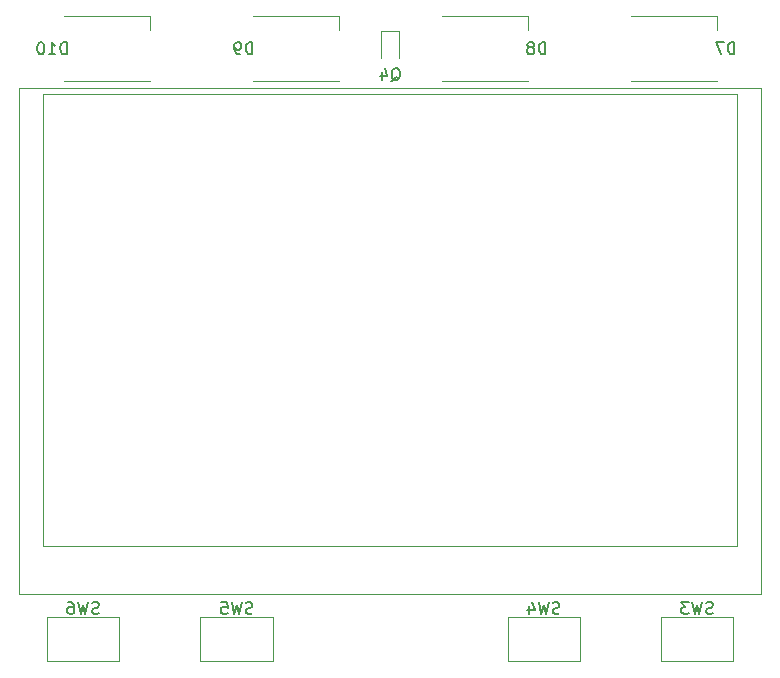
<source format=gbo>
%TF.GenerationSoftware,KiCad,Pcbnew,(5.1.6)-1*%
%TF.CreationDate,2021-03-27T23:39:17-04:00*%
%TF.ProjectId,sharptag,73686172-7074-4616-972e-6b696361645f,rev?*%
%TF.SameCoordinates,Original*%
%TF.FileFunction,Legend,Bot*%
%TF.FilePolarity,Positive*%
%FSLAX46Y46*%
G04 Gerber Fmt 4.6, Leading zero omitted, Abs format (unit mm)*
G04 Created by KiCad (PCBNEW (5.1.6)-1) date 2021-03-27 23:39:17*
%MOMM*%
%LPD*%
G01*
G04 APERTURE LIST*
%ADD10C,0.120000*%
%ADD11C,0.150000*%
%ADD12O,1.700000X1.100000*%
%ADD13C,0.750000*%
%ADD14O,2.200000X1.100000*%
%ADD15C,3.300000*%
%ADD16R,1.600000X1.600000*%
%ADD17C,1.000000*%
%ADD18R,1.600000X1.100000*%
%ADD19C,1.448000*%
G04 APERTURE END LIST*
D10*
X31400000Y-23180000D02*
X31400000Y19640000D01*
X-31400000Y-23180000D02*
X31400000Y-23180000D01*
X-31400000Y19640000D02*
X-31400000Y-23180000D01*
X31400000Y19640000D02*
X-31400000Y19640000D01*
X29400000Y-19140000D02*
X29400000Y19140000D01*
X-29400000Y-19140000D02*
X29400000Y-19140000D01*
X-29400000Y19140000D02*
X-29400000Y-19140000D01*
X29400000Y19140000D02*
X-29400000Y19140000D01*
%TO.C,SW3*%
X22940000Y-25150000D02*
X22940000Y-28850000D01*
X29060000Y-25150000D02*
X22940000Y-25150000D01*
X29060000Y-28850000D02*
X29060000Y-25150000D01*
X22940000Y-28850000D02*
X29060000Y-28850000D01*
%TO.C,SW4*%
X9940000Y-28850000D02*
X16060000Y-28850000D01*
X16060000Y-28850000D02*
X16060000Y-25150000D01*
X16060000Y-25150000D02*
X9940000Y-25150000D01*
X9940000Y-25150000D02*
X9940000Y-28850000D01*
%TO.C,SW5*%
X-9940000Y-28850000D02*
X-9940000Y-25150000D01*
X-16060000Y-28850000D02*
X-9940000Y-28850000D01*
X-16060000Y-25150000D02*
X-16060000Y-28850000D01*
X-9940000Y-25150000D02*
X-16060000Y-25150000D01*
%TO.C,SW6*%
X-22940000Y-25150000D02*
X-29060000Y-25150000D01*
X-29060000Y-25150000D02*
X-29060000Y-28850000D01*
X-29060000Y-28850000D02*
X-22940000Y-28850000D01*
X-22940000Y-28850000D02*
X-22940000Y-25150000D01*
%TO.C,Q4*%
X735000Y24485000D02*
X735000Y22200000D01*
X-735000Y24485000D02*
X735000Y24485000D01*
X-735000Y22200000D02*
X-735000Y24485000D01*
%TO.C,D7*%
X20350000Y20250000D02*
X27650000Y20250000D01*
X20350000Y25750000D02*
X27650000Y25750000D01*
X27650000Y25750000D02*
X27650000Y24600000D01*
%TO.C,D8*%
X11650000Y25750000D02*
X11650000Y24600000D01*
X4350000Y25750000D02*
X11650000Y25750000D01*
X4350000Y20250000D02*
X11650000Y20250000D01*
%TO.C,D9*%
X-4350000Y25750000D02*
X-4350000Y24600000D01*
X-11650000Y25750000D02*
X-4350000Y25750000D01*
X-11650000Y20250000D02*
X-4350000Y20250000D01*
%TO.C,D10*%
X-27650000Y20250000D02*
X-20350000Y20250000D01*
X-27650000Y25750000D02*
X-20350000Y25750000D01*
X-20350000Y25750000D02*
X-20350000Y24600000D01*
%TO.C,SW3*%
D11*
X27333333Y-24804761D02*
X27190476Y-24852380D01*
X26952380Y-24852380D01*
X26857142Y-24804761D01*
X26809523Y-24757142D01*
X26761904Y-24661904D01*
X26761904Y-24566666D01*
X26809523Y-24471428D01*
X26857142Y-24423809D01*
X26952380Y-24376190D01*
X27142857Y-24328571D01*
X27238095Y-24280952D01*
X27285714Y-24233333D01*
X27333333Y-24138095D01*
X27333333Y-24042857D01*
X27285714Y-23947619D01*
X27238095Y-23900000D01*
X27142857Y-23852380D01*
X26904761Y-23852380D01*
X26761904Y-23900000D01*
X26428571Y-23852380D02*
X26190476Y-24852380D01*
X26000000Y-24138095D01*
X25809523Y-24852380D01*
X25571428Y-23852380D01*
X25285714Y-23852380D02*
X24666666Y-23852380D01*
X25000000Y-24233333D01*
X24857142Y-24233333D01*
X24761904Y-24280952D01*
X24714285Y-24328571D01*
X24666666Y-24423809D01*
X24666666Y-24661904D01*
X24714285Y-24757142D01*
X24761904Y-24804761D01*
X24857142Y-24852380D01*
X25142857Y-24852380D01*
X25238095Y-24804761D01*
X25285714Y-24757142D01*
%TO.C,SW4*%
X14333333Y-24804761D02*
X14190476Y-24852380D01*
X13952380Y-24852380D01*
X13857142Y-24804761D01*
X13809523Y-24757142D01*
X13761904Y-24661904D01*
X13761904Y-24566666D01*
X13809523Y-24471428D01*
X13857142Y-24423809D01*
X13952380Y-24376190D01*
X14142857Y-24328571D01*
X14238095Y-24280952D01*
X14285714Y-24233333D01*
X14333333Y-24138095D01*
X14333333Y-24042857D01*
X14285714Y-23947619D01*
X14238095Y-23900000D01*
X14142857Y-23852380D01*
X13904761Y-23852380D01*
X13761904Y-23900000D01*
X13428571Y-23852380D02*
X13190476Y-24852380D01*
X13000000Y-24138095D01*
X12809523Y-24852380D01*
X12571428Y-23852380D01*
X11761904Y-24185714D02*
X11761904Y-24852380D01*
X12000000Y-23804761D02*
X12238095Y-24519047D01*
X11619047Y-24519047D01*
%TO.C,SW5*%
X-11666666Y-24804761D02*
X-11809523Y-24852380D01*
X-12047619Y-24852380D01*
X-12142857Y-24804761D01*
X-12190476Y-24757142D01*
X-12238095Y-24661904D01*
X-12238095Y-24566666D01*
X-12190476Y-24471428D01*
X-12142857Y-24423809D01*
X-12047619Y-24376190D01*
X-11857142Y-24328571D01*
X-11761904Y-24280952D01*
X-11714285Y-24233333D01*
X-11666666Y-24138095D01*
X-11666666Y-24042857D01*
X-11714285Y-23947619D01*
X-11761904Y-23900000D01*
X-11857142Y-23852380D01*
X-12095238Y-23852380D01*
X-12238095Y-23900000D01*
X-12571428Y-23852380D02*
X-12809523Y-24852380D01*
X-13000000Y-24138095D01*
X-13190476Y-24852380D01*
X-13428571Y-23852380D01*
X-14285714Y-23852380D02*
X-13809523Y-23852380D01*
X-13761904Y-24328571D01*
X-13809523Y-24280952D01*
X-13904761Y-24233333D01*
X-14142857Y-24233333D01*
X-14238095Y-24280952D01*
X-14285714Y-24328571D01*
X-14333333Y-24423809D01*
X-14333333Y-24661904D01*
X-14285714Y-24757142D01*
X-14238095Y-24804761D01*
X-14142857Y-24852380D01*
X-13904761Y-24852380D01*
X-13809523Y-24804761D01*
X-13761904Y-24757142D01*
%TO.C,SW6*%
X-24666666Y-24804761D02*
X-24809523Y-24852380D01*
X-25047619Y-24852380D01*
X-25142857Y-24804761D01*
X-25190476Y-24757142D01*
X-25238095Y-24661904D01*
X-25238095Y-24566666D01*
X-25190476Y-24471428D01*
X-25142857Y-24423809D01*
X-25047619Y-24376190D01*
X-24857142Y-24328571D01*
X-24761904Y-24280952D01*
X-24714285Y-24233333D01*
X-24666666Y-24138095D01*
X-24666666Y-24042857D01*
X-24714285Y-23947619D01*
X-24761904Y-23900000D01*
X-24857142Y-23852380D01*
X-25095238Y-23852380D01*
X-25238095Y-23900000D01*
X-25571428Y-23852380D02*
X-25809523Y-24852380D01*
X-26000000Y-24138095D01*
X-26190476Y-24852380D01*
X-26428571Y-23852380D01*
X-27238095Y-23852380D02*
X-27047619Y-23852380D01*
X-26952380Y-23900000D01*
X-26904761Y-23947619D01*
X-26809523Y-24090476D01*
X-26761904Y-24280952D01*
X-26761904Y-24661904D01*
X-26809523Y-24757142D01*
X-26857142Y-24804761D01*
X-26952380Y-24852380D01*
X-27142857Y-24852380D01*
X-27238095Y-24804761D01*
X-27285714Y-24757142D01*
X-27333333Y-24661904D01*
X-27333333Y-24423809D01*
X-27285714Y-24328571D01*
X-27238095Y-24280952D01*
X-27142857Y-24233333D01*
X-26952380Y-24233333D01*
X-26857142Y-24280952D01*
X-26809523Y-24328571D01*
X-26761904Y-24423809D01*
%TO.C,Q4*%
X95238Y20252380D02*
X190476Y20300000D01*
X285714Y20395238D01*
X428571Y20538095D01*
X523809Y20585714D01*
X619047Y20585714D01*
X571428Y20347619D02*
X666666Y20395238D01*
X761904Y20490476D01*
X809523Y20680952D01*
X809523Y21014285D01*
X761904Y21204761D01*
X666666Y21300000D01*
X571428Y21347619D01*
X380952Y21347619D01*
X285714Y21300000D01*
X190476Y21204761D01*
X142857Y21014285D01*
X142857Y20680952D01*
X190476Y20490476D01*
X285714Y20395238D01*
X380952Y20347619D01*
X571428Y20347619D01*
X-714285Y21014285D02*
X-714285Y20347619D01*
X-476190Y21395238D02*
X-238095Y20680952D01*
X-857142Y20680952D01*
%TO.C,D7*%
X29138095Y22547619D02*
X29138095Y23547619D01*
X28900000Y23547619D01*
X28757142Y23500000D01*
X28661904Y23404761D01*
X28614285Y23309523D01*
X28566666Y23119047D01*
X28566666Y22976190D01*
X28614285Y22785714D01*
X28661904Y22690476D01*
X28757142Y22595238D01*
X28900000Y22547619D01*
X29138095Y22547619D01*
X28233333Y23547619D02*
X27566666Y23547619D01*
X27995238Y22547619D01*
%TO.C,D8*%
X13138095Y22547619D02*
X13138095Y23547619D01*
X12900000Y23547619D01*
X12757142Y23500000D01*
X12661904Y23404761D01*
X12614285Y23309523D01*
X12566666Y23119047D01*
X12566666Y22976190D01*
X12614285Y22785714D01*
X12661904Y22690476D01*
X12757142Y22595238D01*
X12900000Y22547619D01*
X13138095Y22547619D01*
X11995238Y23119047D02*
X12090476Y23166666D01*
X12138095Y23214285D01*
X12185714Y23309523D01*
X12185714Y23357142D01*
X12138095Y23452380D01*
X12090476Y23500000D01*
X11995238Y23547619D01*
X11804761Y23547619D01*
X11709523Y23500000D01*
X11661904Y23452380D01*
X11614285Y23357142D01*
X11614285Y23309523D01*
X11661904Y23214285D01*
X11709523Y23166666D01*
X11804761Y23119047D01*
X11995238Y23119047D01*
X12090476Y23071428D01*
X12138095Y23023809D01*
X12185714Y22928571D01*
X12185714Y22738095D01*
X12138095Y22642857D01*
X12090476Y22595238D01*
X11995238Y22547619D01*
X11804761Y22547619D01*
X11709523Y22595238D01*
X11661904Y22642857D01*
X11614285Y22738095D01*
X11614285Y22928571D01*
X11661904Y23023809D01*
X11709523Y23071428D01*
X11804761Y23119047D01*
%TO.C,D9*%
X-11661904Y22547619D02*
X-11661904Y23547619D01*
X-11900000Y23547619D01*
X-12042857Y23500000D01*
X-12138095Y23404761D01*
X-12185714Y23309523D01*
X-12233333Y23119047D01*
X-12233333Y22976190D01*
X-12185714Y22785714D01*
X-12138095Y22690476D01*
X-12042857Y22595238D01*
X-11900000Y22547619D01*
X-11661904Y22547619D01*
X-12709523Y22547619D02*
X-12900000Y22547619D01*
X-12995238Y22595238D01*
X-13042857Y22642857D01*
X-13138095Y22785714D01*
X-13185714Y22976190D01*
X-13185714Y23357142D01*
X-13138095Y23452380D01*
X-13090476Y23500000D01*
X-12995238Y23547619D01*
X-12804761Y23547619D01*
X-12709523Y23500000D01*
X-12661904Y23452380D01*
X-12614285Y23357142D01*
X-12614285Y23119047D01*
X-12661904Y23023809D01*
X-12709523Y22976190D01*
X-12804761Y22928571D01*
X-12995238Y22928571D01*
X-13090476Y22976190D01*
X-13138095Y23023809D01*
X-13185714Y23119047D01*
%TO.C,D10*%
X-27385714Y22547619D02*
X-27385714Y23547619D01*
X-27623809Y23547619D01*
X-27766666Y23500000D01*
X-27861904Y23404761D01*
X-27909523Y23309523D01*
X-27957142Y23119047D01*
X-27957142Y22976190D01*
X-27909523Y22785714D01*
X-27861904Y22690476D01*
X-27766666Y22595238D01*
X-27623809Y22547619D01*
X-27385714Y22547619D01*
X-28909523Y22547619D02*
X-28338095Y22547619D01*
X-28623809Y22547619D02*
X-28623809Y23547619D01*
X-28528571Y23404761D01*
X-28433333Y23309523D01*
X-28338095Y23261904D01*
X-29528571Y23547619D02*
X-29623809Y23547619D01*
X-29719047Y23500000D01*
X-29766666Y23452380D01*
X-29814285Y23357142D01*
X-29861904Y23166666D01*
X-29861904Y22928571D01*
X-29814285Y22738095D01*
X-29766666Y22642857D01*
X-29719047Y22595238D01*
X-29623809Y22547619D01*
X-29528571Y22547619D01*
X-29433333Y22595238D01*
X-29385714Y22642857D01*
X-29338095Y22738095D01*
X-29290476Y22928571D01*
X-29290476Y23166666D01*
X-29338095Y23357142D01*
X-29385714Y23452380D01*
X-29433333Y23500000D01*
X-29528571Y23547619D01*
%TD*%
%LPC*%
D12*
%TO.C,J1*%
X-37150000Y-6320000D03*
D13*
X-33500000Y-4890000D03*
D12*
X-37150000Y2320000D03*
D13*
X-33500000Y890000D03*
D14*
X-32970000Y2320000D03*
X-32970000Y-6320000D03*
%TD*%
D15*
%TO.C,H1*%
X35000000Y-27000000D03*
%TD*%
%TO.C,H2*%
X-35000000Y23000000D03*
%TD*%
%TO.C,H3*%
X35000000Y23000000D03*
%TD*%
%TO.C,H4*%
X-35000000Y-27000000D03*
%TD*%
D16*
%TO.C,SW3*%
X29900000Y-27000000D03*
X22100000Y-27000000D03*
%TD*%
%TO.C,SW4*%
X9100000Y-27000000D03*
X16900000Y-27000000D03*
%TD*%
%TO.C,SW5*%
X-16900000Y-27000000D03*
X-9100000Y-27000000D03*
%TD*%
%TO.C,SW6*%
X-22100000Y-27000000D03*
X-29900000Y-27000000D03*
%TD*%
D17*
%TO.C,SW7*%
X-27500000Y-28330000D03*
X-24500000Y-28330000D03*
%TD*%
%TO.C,Q4*%
G36*
G01*
X-281250Y24275000D02*
X281250Y24275000D01*
G75*
G02*
X525000Y24031250I0J-243750D01*
G01*
X525000Y23543750D01*
G75*
G02*
X281250Y23300000I-243750J0D01*
G01*
X-281250Y23300000D01*
G75*
G02*
X-525000Y23543750I0J243750D01*
G01*
X-525000Y24031250D01*
G75*
G02*
X-281250Y24275000I243750J0D01*
G01*
G37*
G36*
G01*
X-281250Y22700000D02*
X281250Y22700000D01*
G75*
G02*
X525000Y22456250I0J-243750D01*
G01*
X525000Y21968750D01*
G75*
G02*
X281250Y21725000I-243750J0D01*
G01*
X-281250Y21725000D01*
G75*
G02*
X-525000Y21968750I0J243750D01*
G01*
X-525000Y22456250D01*
G75*
G02*
X-281250Y22700000I243750J0D01*
G01*
G37*
%TD*%
D18*
%TO.C,D7*%
X21550000Y21400000D03*
X21550000Y24600000D03*
X26450000Y21400000D03*
X26450000Y24600000D03*
%TD*%
%TO.C,D8*%
X10450000Y24600000D03*
X10450000Y21400000D03*
X5550000Y24600000D03*
X5550000Y21400000D03*
%TD*%
%TO.C,D9*%
X-5550000Y24600000D03*
X-5550000Y21400000D03*
X-10450000Y24600000D03*
X-10450000Y21400000D03*
%TD*%
%TO.C,D10*%
X-26450000Y21400000D03*
X-26450000Y24600000D03*
X-21550000Y21400000D03*
X-21550000Y24600000D03*
%TD*%
D19*
%TO.C,H5*%
X-6800000Y-27000000D03*
%TD*%
%TO.C,H6*%
X-30800000Y23000000D03*
%TD*%
%TO.C,H7*%
X31000000Y23000000D03*
%TD*%
M02*

</source>
